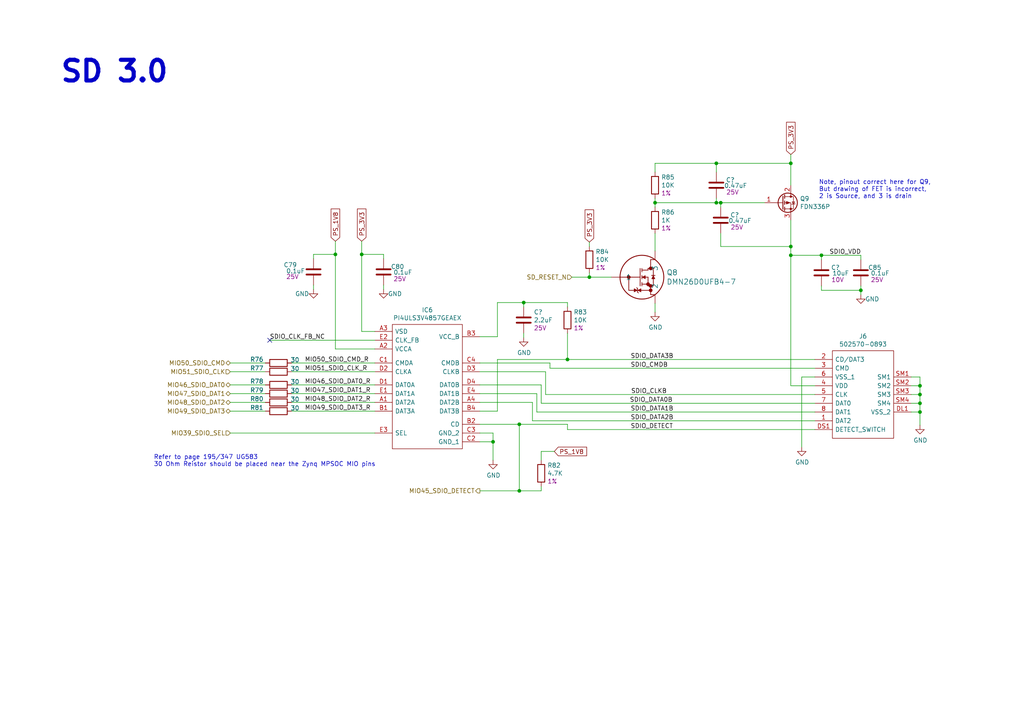
<source format=kicad_sch>
(kicad_sch (version 20230121) (generator eeschema)
  (paper "A4")
  (title_block (title "Top Sheet") (date "2023-12-21") (rev "1.00") (company "ApotheoTech LLC") (comment 1 "SCH: APT-KRIA-FMC") (comment 2 "Author: Chance Reimer"))
  (lib_symbols
    (symbol "ApotheoTech:502570-0893" (pin_names (offset 0.762))
      (property "Reference" "J" (at 21.59 13.208 0))
      (property "Value" "502570-0893" (at 21.59 10.668 0))
      (symbol "502570-0893_0_0"
        (pin passive line (at -15.24 -7.62 0) (length 5.08) (name "DAT2") (number "1"))
        (pin passive line (at -15.24 10.16 0) (length 5.08) (name "CD/DAT3") (number "2"))
        (pin passive line (at -15.24 7.62 0) (length 5.08) (name "CMD") (number "3"))
        (pin passive line (at -15.24 2.54 0) (length 5.08) (name "VDD") (number "4"))
        (pin passive line (at -15.24 0 0) (length 5.08) (name "CLK") (number "5"))
        (pin passive line (at -15.24 5.08 0) (length 5.08) (name "VSS_1") (number "6"))
        (pin passive line (at -15.24 -2.54 0) (length 5.08) (name "DAT0") (number "7"))
        (pin passive line (at 12.7 -5.08 180) (length 5.08) (name "VSS_2") (number "DL1"))
        (pin passive line (at -15.24 -10.16 0) (length 5.08) (name "DETECT_SWITCH") (number "DS1"))
        (pin passive line (at 12.7 5.08 180) (length 5.08) (name "SM1") (number "SM1"))
        (pin passive line (at 12.7 2.54 180) (length 5.08) (name "SM2") (number "SM2"))
        (pin passive line (at 12.7 0 180) (length 5.08) (name "SM3") (number "SM3"))
        (pin passive line (at 12.7 -2.54 180) (length 5.08) (name "SM4") (number "SM4"))
      )
      (symbol "502570-0893_0_1"
        (rectangle (start -10.16 12.7) (end 7.62 -12.7))
      )
      (symbol "502570-0893_1_1"
        (pin passive line (at -15.24 -5.08 0) (length 5.08) (name "DAT1") (number "8"))
      )
    )
    (symbol "ApotheoTech:DMN26D0UFB4-7" (pin_numbers hide) (pin_names (offset 1.6764))
      (property "Reference" "Q" (at 23.368 -2.032 0))
      (property "Value" "DMN26D0UFB4-7" (at 28.956 -4.318 0))
      (symbol "DMN26D0UFB4-7_1_1"
        (polyline (pts (xy 2.54 0) (xy 8.382 0)) (stroke (width 0.2032)))
        (polyline (pts (xy 5.08 -3.81) (xy 5.08 0)) (stroke (width 0.2032)))
        (polyline (pts (xy 5.08 -3.81) (xy 6.604 -3.81)) (stroke (width 0.2032)))
        (polyline (pts (xy 7.366 -3.048) (xy 7.62 -3.302)) (stroke (width 0.2032)))
        (polyline (pts (xy 7.62 -4.318) (xy 7.874 -4.572)) (stroke (width 0.2032)))
        (polyline (pts (xy 7.62 -3.302) (xy 7.62 -4.318)) (stroke (width 0.2032)))
        (polyline (pts (xy 8.382 -2.54) (xy 8.382 2.54)) (stroke (width 0.2032)))
        (polyline (pts (xy 8.636 -3.81) (xy 11.43 -3.81)) (stroke (width 0.2032)))
        (polyline (pts (xy 8.89 -2.54) (xy 8.89 -1.524)) (stroke (width 0.2032)))
        (polyline (pts (xy 8.89 -2.032) (xy 10.668 -2.032)) (stroke (width 0.2032)))
        (polyline (pts (xy 8.89 -0.508) (xy 8.89 0.508)) (stroke (width 0.2032)))
        (polyline (pts (xy 8.89 0) (xy 10.668 0)) (stroke (width 0.2032)))
        (polyline (pts (xy 8.89 1.524) (xy 8.89 2.54)) (stroke (width 0.2032)))
        (polyline (pts (xy 8.89 2.032) (xy 10.668 2.032)) (stroke (width 0.2032)))
        (polyline (pts (xy 10.668 -2.54) (xy 10.668 0)) (stroke (width 0.2032)))
        (polyline (pts (xy 10.668 -2.54) (xy 12.192 -2.54)) (stroke (width 0.2032)))
        (polyline (pts (xy 10.668 2.032) (xy 10.668 2.54)) (stroke (width 0.2032)))
        (polyline (pts (xy 10.668 2.54) (xy 12.192 2.54)) (stroke (width 0.2032)))
        (polyline (pts (xy 11.43 -5.08) (xy 11.43 -2.54)) (stroke (width 0.2032)))
        (polyline (pts (xy 11.43 -5.08) (xy 12.7 -5.08)) (stroke (width 0.2032)))
        (polyline (pts (xy 11.43 5.08) (xy 11.43 2.54)) (stroke (width 0.2032)))
        (polyline (pts (xy 11.43 5.08) (xy 12.7 5.08)) (stroke (width 0.2032)))
        (polyline (pts (xy 12.192 -2.54) (xy 12.192 2.54)) (stroke (width 0.2032)))
        (polyline (pts (xy 12.7 0.508) (xy 11.684 0.508)) (stroke (width 0.2032)))
        (polyline (pts (xy 6.604 -3.302) (xy 6.604 -4.318) (xy 7.62 -3.81) (xy 6.604 -3.302)) (stroke (width 0.0254)) (fill (type outline)))
        (polyline (pts (xy 8.636 -4.318) (xy 8.636 -3.302) (xy 7.62 -3.81) (xy 8.636 -4.318)) (stroke (width 0.0254)) (fill (type outline)))
        (polyline (pts (xy 9.906 -0.508) (xy 8.89 0) (xy 9.906 0.508) (xy 9.906 -0.508)) (stroke (width 0.0254)) (fill (type outline)))
        (polyline (pts (xy 12.7 -0.508) (xy 11.684 -0.508) (xy 12.192 0.508) (xy 12.7 -0.508)) (stroke (width 0.0254)) (fill (type outline)))
        (circle (center 5.08 0) (radius 0.0254) (stroke (width 0.508)))
        (circle (center 8.89 0) (radius 6.35) (stroke (width 0.254)))
        (circle (center 10.668 -2.032) (radius 0.0254) (stroke (width 0.508)))
        (circle (center 11.43 -3.81) (radius 0.0254) (stroke (width 0.508)))
        (circle (center 11.43 -2.54) (radius 0.0254) (stroke (width 0.508)))
        (circle (center 11.43 2.54) (radius 0.0254) (stroke (width 0.508)))
        (pin passive line (at 0 0 0) (length 2.54) (name "1") (number "1"))
        (pin passive line (at 12.7 -7.62 90) (length 2.54) (name "2") (number "2"))
        (pin passive line (at 12.7 7.62 270) (length 2.54) (name "3") (number "3"))
      )
    )
    (symbol "ApotheoTech:PI4ULS3V4857GEAEX" (pin_names (offset 0.762))
      (property "Reference" "IC" (at 25.908 14.986 0))
      (property "Value" "PI4ULS3V4857GEAEX" (at 25.908 13.208 0))
      (symbol "PI4ULS3V4857GEAEX_0_0"
        (pin passive line (at -15.24 -8.89 0) (length 5.08) (name "DAT2A") (number "A1"))
        (pin passive line (at -15.24 6.604 0) (length 5.08) (name "VCCA") (number "A2"))
        (pin passive line (at -15.24 11.684 0) (length 5.08) (name "VSD") (number "A3"))
        (pin passive line (at 15.24 -8.89 180) (length 5.08) (name "DAT2B") (number "A4"))
        (pin passive line (at -15.24 -11.43 0) (length 5.08) (name "DAT3A") (number "B1"))
        (pin passive line (at 15.24 -15.24 180) (length 5.08) (name "CD") (number "B2"))
        (pin passive line (at 15.24 10.16 180) (length 5.08) (name "VCC_B") (number "B3"))
        (pin passive line (at 15.24 -11.43 180) (length 5.08) (name "DAT3B") (number "B4"))
        (pin passive line (at -15.24 2.54 0) (length 5.08) (name "CMDA") (number "C1"))
        (pin passive line (at 15.24 -20.32 180) (length 5.08) (name "GND_1") (number "C2"))
        (pin passive line (at 15.24 -17.78 180) (length 5.08) (name "GND_2") (number "C3"))
        (pin passive line (at 15.24 2.54 180) (length 5.08) (name "CMDB") (number "C4"))
        (pin passive line (at -15.24 -3.81 0) (length 5.08) (name "DAT0A") (number "D1"))
        (pin passive line (at -15.24 0 0) (length 5.08) (name "CLKA") (number "D2"))
        (pin passive line (at 15.24 0 180) (length 5.08) (name "CLKB") (number "D3"))
        (pin passive line (at 15.24 -3.81 180) (length 5.08) (name "DAT0B") (number "D4"))
        (pin passive line (at -15.24 -6.35 0) (length 5.08) (name "DAT1A") (number "E1"))
        (pin passive line (at -15.24 9.144 0) (length 5.08) (name "CLK_FB") (number "E2"))
        (pin passive line (at -15.24 -17.78 0) (length 5.08) (name "SEL") (number "E3"))
        (pin passive line (at 15.24 -6.35 180) (length 5.08) (name "DAT1B") (number "E4"))
      )
      (symbol "PI4ULS3V4857GEAEX_0_1"
        (rectangle (start -10.16 13.716) (end 10.16 -22.352))
      )
    )
    (symbol "Device:C" (pin_numbers hide) (pin_names (offset 0.254))
      (property "Reference" "C" (at 0.635 2.54 0))
      (property "Value" "C" (at 0.635 -2.54 0))
      (symbol "C_0_1"
        (polyline (pts (xy -2.032 -0.762) (xy 2.032 -0.762)) (stroke (width 0.508)))
        (polyline (pts (xy -2.032 0.762) (xy 2.032 0.762)) (stroke (width 0.508)))
      )
      (symbol "C_1_1"
        (pin passive line (at 0 3.81 270) (length 2.794) (name "~") (number "1"))
        (pin passive line (at 0 -3.81 90) (length 2.794) (name "~") (number "2"))
      )
    )
    (symbol "Device:Q_PMOS_GDS" (pin_names (offset 0) hide)
      (property "Reference" "Q" (at 5.08 1.27 0))
      (property "Value" "Q_PMOS_GDS" (at 5.08 -1.27 0))
      (symbol "Q_PMOS_GDS_0_1"
        (polyline (pts (xy 0.254 0) (xy -2.54 0)))
        (polyline (pts (xy 0.254 1.905) (xy 0.254 -1.905)) (stroke (width 0.254)))
        (polyline (pts (xy 0.762 -1.27) (xy 0.762 -2.286)) (stroke (width 0.254)))
        (polyline (pts (xy 0.762 0.508) (xy 0.762 -0.508)) (stroke (width 0.254)))
        (polyline (pts (xy 0.762 2.286) (xy 0.762 1.27)) (stroke (width 0.254)))
        (polyline (pts (xy 2.54 2.54) (xy 2.54 1.778)))
        (polyline (pts (xy 2.54 -2.54) (xy 2.54 0) (xy 0.762 0)))
        (polyline (pts (xy 0.762 1.778) (xy 3.302 1.778) (xy 3.302 -1.778) (xy 0.762 -1.778)))
        (polyline (pts (xy 2.286 0) (xy 1.27 0.381) (xy 1.27 -0.381) (xy 2.286 0)) (fill (type outline)))
        (polyline (pts (xy 2.794 -0.508) (xy 2.921 -0.381) (xy 3.683 -0.381) (xy 3.81 -0.254)))
        (polyline (pts (xy 3.302 -0.381) (xy 2.921 0.254) (xy 3.683 0.254) (xy 3.302 -0.381)))
        (circle (center 1.651 0) (radius 2.794) (stroke (width 0.254)))
        (circle (center 2.54 -1.778) (radius 0.254) (fill (type outline)))
        (circle (center 2.54 1.778) (radius 0.254) (fill (type outline)))
      )
      (symbol "Q_PMOS_GDS_1_1"
        (pin input line (at -5.08 0 0) (length 2.54) (name "G") (number "1"))
        (pin passive line (at 2.54 5.08 270) (length 2.54) (name "D") (number "2"))
        (pin passive line (at 2.54 -5.08 90) (length 2.54) (name "S") (number "3"))
      )
    )
    (symbol "Device:R" (pin_numbers hide) (pin_names (offset 0))
      (property "Reference" "R" (at 2.032 0 90))
      (property "Value" "R" (at 0 0 90))
      (symbol "R_0_1"
        (rectangle (start -1.016 -2.54) (end 1.016 2.54) (stroke (width 0.254)))
      )
      (symbol "R_1_1"
        (pin passive line (at 0 3.81 270) (length 1.27) (name "~") (number "1"))
        (pin passive line (at 0 -3.81 90) (length 1.27) (name "~") (number "2"))
      )
    )
    (symbol "power:GND" (power) (pin_names (offset 0))
      (property "Value" "GND" (at 0 -3.81 0))
      (symbol "GND_0_1"
        (polyline (pts (xy 0 0) (xy 0 -1.27) (xy 1.27 -1.27) (xy 0 -2.54) (xy -1.27 -1.27) (xy 0 -1.27)))
      )
      (symbol "GND_1_1"
        (pin power_in line (at 0 0 270) (length 0) hide (name "GND") (number "1"))
      )
    )
  )
  (junction (at 104.902 73.787))
  (junction (at 151.892 87.757))
  (junction (at 150.622 123.063))
  (junction (at 150.622 142.367))
  (junction (at 97.282 73.787))
  (junction (at 143.002 128.143))
  (junction (at 229.362 74.041))
  (junction (at 164.592 104.267))
  (junction (at 229.362 47.371))
  (junction (at 189.992 58.801))
  (junction (at 266.827 116.967))
  (junction (at 249.682 84.201))
  (junction (at 238.252 74.041))
  (junction (at 266.827 111.887))
  (junction (at 266.827 114.427))
  (junction (at 266.827 119.507))
  (junction (at 209.042 58.801))
  (junction (at 207.772 58.801))
  (junction (at 229.362 71.501))
  (junction (at 170.942 80.391))
  (junction (at 207.772 47.371))
  (no_connect (at 78.232 98.679))
  (wire (pts (xy 90.932 82.677) (xy 90.932 83.947)))
  (wire (pts (xy 143.002 125.603) (xy 143.002 128.143)))
  (wire (pts (xy 238.252 74.041) (xy 229.362 74.041)))
  (wire (pts (xy 189.992 60.071) (xy 189.992 58.801)))
  (wire (pts (xy 144.272 97.663) (xy 144.272 87.757)))
  (wire (pts (xy 151.892 87.757) (xy 151.892 89.027)))
  (wire (pts (xy 108.712 116.713) (xy 84.582 116.713)))
  (wire (pts (xy 76.962 107.823) (xy 66.802 107.823)))
  (wire (pts (xy 236.347 111.887) (xy 229.362 111.887)))
  (wire (pts (xy 207.772 58.801) (xy 209.042 58.801)))
  (wire (pts (xy 229.362 47.371) (xy 229.362 53.721)))
  (wire (pts (xy 144.272 119.253) (xy 139.192 119.253)))
  (wire (pts (xy 156.972 133.477) (xy 156.972 130.937)))
  (wire (pts (xy 238.252 82.931) (xy 238.252 84.201)))
  (wire (pts (xy 170.942 80.391) (xy 170.942 79.121)))
  (wire (pts (xy 170.942 71.501) (xy 170.942 70.231)))
  (wire (pts (xy 159.512 105.283) (xy 159.512 106.807)))
  (wire (pts (xy 249.682 75.311) (xy 249.682 74.041)))
  (wire (pts (xy 150.622 123.063) (xy 164.592 123.063)))
  (wire (pts (xy 150.622 142.367) (xy 139.192 142.367)))
  (wire (pts (xy 139.192 105.283) (xy 159.512 105.283)))
  (wire (pts (xy 97.282 101.219) (xy 97.282 73.787)))
  (wire (pts (xy 177.292 80.391) (xy 170.942 80.391)))
  (wire (pts (xy 236.347 109.347) (xy 232.537 109.347)))
  (wire (pts (xy 143.002 128.143) (xy 143.002 133.477)))
  (wire (pts (xy 238.252 84.201) (xy 249.682 84.201)))
  (wire (pts (xy 104.902 73.787) (xy 104.902 96.139)))
  (wire (pts (xy 154.432 122.047) (xy 236.347 122.047)))
  (wire (pts (xy 229.362 71.501) (xy 229.362 74.041)))
  (wire (pts (xy 189.992 58.801) (xy 207.772 58.801)))
  (wire (pts (xy 155.702 119.507) (xy 236.347 119.507)))
  (wire (pts (xy 150.622 123.063) (xy 150.622 142.367)))
  (wire (pts (xy 266.827 119.507) (xy 266.827 123.317)))
  (wire (pts (xy 108.712 107.823) (xy 84.582 107.823)))
  (wire (pts (xy 209.042 58.801) (xy 221.742 58.801)))
  (wire (pts (xy 170.942 80.391) (xy 165.862 80.391)))
  (wire (pts (xy 264.287 119.507) (xy 266.827 119.507)))
  (wire (pts (xy 264.287 109.347) (xy 266.827 109.347)))
  (wire (pts (xy 144.272 87.757) (xy 151.892 87.757)))
  (wire (pts (xy 164.592 104.267) (xy 236.347 104.267)))
  (wire (pts (xy 158.242 114.427) (xy 236.347 114.427)))
  (wire (pts (xy 266.827 111.887) (xy 266.827 114.427)))
  (wire (pts (xy 139.192 111.633) (xy 156.972 111.633)))
  (wire (pts (xy 139.192 107.823) (xy 158.242 107.823)))
  (wire (pts (xy 209.042 60.071) (xy 209.042 58.801)))
  (wire (pts (xy 151.892 97.917) (xy 151.892 96.647)))
  (wire (pts (xy 264.287 116.967) (xy 266.827 116.967)))
  (wire (pts (xy 104.902 73.787) (xy 104.902 69.977)))
  (wire (pts (xy 209.042 71.501) (xy 229.362 71.501)))
  (wire (pts (xy 249.682 82.931) (xy 249.682 84.201)))
  (wire (pts (xy 189.992 67.691) (xy 189.992 72.771)))
  (wire (pts (xy 189.992 88.011) (xy 189.992 90.551)))
  (wire (pts (xy 154.432 116.713) (xy 154.432 122.047)))
  (wire (pts (xy 189.992 47.371) (xy 189.992 49.911)))
  (wire (pts (xy 266.827 114.427) (xy 264.287 114.427)))
  (wire (pts (xy 90.932 73.787) (xy 90.932 75.057)))
  (wire (pts (xy 144.272 104.267) (xy 144.272 119.253)))
  (wire (pts (xy 76.962 116.713) (xy 66.802 116.713)))
  (wire (pts (xy 164.592 123.063) (xy 164.592 124.587)))
  (wire (pts (xy 156.972 116.967) (xy 236.347 116.967)))
  (wire (pts (xy 229.362 74.041) (xy 229.362 111.887)))
  (wire (pts (xy 76.962 105.283) (xy 66.802 105.283)))
  (wire (pts (xy 97.282 73.787) (xy 90.932 73.787)))
  (wire (pts (xy 111.252 82.677) (xy 111.252 83.947)))
  (wire (pts (xy 139.192 114.173) (xy 155.702 114.173)))
  (wire (pts (xy 229.362 63.881) (xy 229.362 71.501)))
  (wire (pts (xy 238.252 74.041) (xy 238.252 75.311)))
  (wire (pts (xy 266.827 109.347) (xy 266.827 111.887)))
  (wire (pts (xy 150.622 142.367) (xy 156.972 142.367)))
  (wire (pts (xy 207.772 47.371) (xy 229.362 47.371)))
  (wire (pts (xy 156.972 141.097) (xy 156.972 142.367)))
  (wire (pts (xy 229.362 47.371) (xy 229.362 44.831)))
  (wire (pts (xy 76.962 114.173) (xy 66.802 114.173)))
  (wire (pts (xy 207.772 47.371) (xy 189.992 47.371)))
  (wire (pts (xy 108.712 114.173) (xy 84.582 114.173)))
  (wire (pts (xy 78.232 98.679) (xy 108.712 98.679)))
  (wire (pts (xy 189.992 58.801) (xy 189.992 57.531)))
  (wire (pts (xy 156.972 130.937) (xy 160.782 130.937)))
  (wire (pts (xy 97.282 73.787) (xy 97.282 69.977)))
  (wire (pts (xy 139.192 125.603) (xy 143.002 125.603)))
  (wire (pts (xy 266.827 111.887) (xy 264.287 111.887)))
  (wire (pts (xy 164.592 87.757) (xy 164.592 89.027)))
  (wire (pts (xy 151.892 87.757) (xy 164.592 87.757)))
  (wire (pts (xy 108.712 105.283) (xy 84.582 105.283)))
  (wire (pts (xy 76.962 111.633) (xy 66.802 111.633)))
  (wire (pts (xy 249.682 74.041) (xy 238.252 74.041)))
  (wire (pts (xy 232.537 109.347) (xy 232.537 129.667)))
  (wire (pts (xy 76.962 119.253) (xy 66.802 119.253)))
  (wire (pts (xy 207.772 47.371) (xy 207.772 49.911)))
  (wire (pts (xy 108.712 96.139) (xy 104.902 96.139)))
  (wire (pts (xy 108.712 119.253) (xy 84.582 119.253)))
  (wire (pts (xy 164.592 124.587) (xy 236.347 124.587)))
  (wire (pts (xy 266.827 116.967) (xy 266.827 114.427)))
  (wire (pts (xy 249.682 84.201) (xy 249.682 85.471)))
  (wire (pts (xy 266.827 119.507) (xy 266.827 116.967)))
  (wire (pts (xy 108.712 111.633) (xy 84.582 111.633)))
  (wire (pts (xy 143.002 128.143) (xy 139.192 128.143)))
  (wire (pts (xy 104.902 73.787) (xy 111.252 73.787)))
  (wire (pts (xy 155.702 114.173) (xy 155.702 119.507)))
  (wire (pts (xy 111.252 73.787) (xy 111.252 75.057)))
  (wire (pts (xy 156.972 111.633) (xy 156.972 116.967)))
  (wire (pts (xy 159.512 106.807) (xy 236.347 106.807)))
  (wire (pts (xy 164.592 104.267) (xy 144.272 104.267)))
  (wire (pts (xy 209.042 67.691) (xy 209.042 71.501)))
  (wire (pts (xy 207.772 58.801) (xy 207.772 57.531)))
  (wire (pts (xy 139.192 97.663) (xy 144.272 97.663)))
  (wire (pts (xy 158.242 107.823) (xy 158.242 114.427)))
  (wire (pts (xy 139.192 116.713) (xy 154.432 116.713)))
  (wire (pts (xy 164.592 96.647) (xy 164.592 104.267)))
  (wire (pts (xy 108.712 125.603) (xy 66.802 125.603)))
  (wire (pts (xy 108.712 101.219) (xy 97.282 101.219)))
  (wire (pts (xy 139.192 123.063) (xy 150.622 123.063)))
  (text "SD 3.0 " (at 17.145 24.384 0) (effects (font (size 5.9944 5.9944) (thickness 1.1989) bold) (justify left bottom)))
  (text "Refer to page 195/347 UG583\n30 Ohm Reistor should be placed near the Zynq MPSOC MIO pins\n" (at 44.577 135.509 0) (effects (font (size 1.27 1.27)) (justify left bottom)))
  (text "Note, pinout correct here for Q9,\nBut drawing of FET is incorrect, \n2 is Source, and 3 is drain" (at 237.49 57.785 0) (effects (font (size 1.27 1.27)) (justify left bottom)))
  (label "SDIO_VDD" (at 240.538 74.041 0))
  (label "SDIO_CLK_FB_NC" (at 78.232 98.679 0))
  (label "SDIO_CLKB" (at 183.007 114.427 0))
  (label "MIO50_SDIO_CMD_R" (at 88.392 105.283 0))
  (label "SDIO_DATA1B" (at 182.88 119.507 0))
  (label "MIO51_SDIO_CLK_R" (at 88.392 107.823 0))
  (label "SDIO_CMDB" (at 182.88 106.807 0))
  (label "SDIO_DATA0B" (at 182.626 116.967 0))
  (label "SDIO_DATA2B" (at 182.88 122.047 0))
  (label "MIO47_SDIO_DAT1_R" (at 88.392 114.173 0))
  (label "MIO48_SDIO_DAT2_R" (at 88.392 116.713 0))
  (label "SDIO_DETECT" (at 182.88 124.587 0))
  (label "MIO46_SDIO_DAT0_R" (at 88.392 111.633 0))
  (label "MIO49_SDIO_DAT3_R" (at 88.392 119.253 0))
  (label "SDIO_DATA3B" (at 182.88 104.267 0))
  (global_label "PS_1V8" (shape input) (at 160.782 130.937 0) (property "Intersheetrefs" "${INTERSHEET_REFS}" (effects hide)))
  (global_label "PS_1V8" (shape input) (at 97.282 69.977 90) (property "Intersheetrefs" "${INTERSHEET_REFS}" (effects hide)))
  (global_label "PS_3V3" (shape input) (at 104.902 69.977 90) (property "Intersheetrefs" "${INTERSHEET_REFS}" (effects hide)))
  (global_label "PS_3V3" (shape input) (at 170.942 70.231 90) (property "Intersheetrefs" "${INTERSHEET_REFS}" (effects hide)))
  (global_label "PS_3V3" (shape input) (at 229.362 44.831 90) (property "Intersheetrefs" "${INTERSHEET_REFS}" (effects hide)))
  (hierarchical_label "MIO39_SDIO_SEL" (shape input) (at 66.802 125.603 180))
  (hierarchical_label "MIO50_SDIO_CMD" (shape bidirectional) (at 66.802 105.283 180))
  (hierarchical_label "MIO45_SDIO_DETECT" (shape output) (at 139.192 142.367 180))
  (hierarchical_label "MIO46_SDIO_DAT0" (shape bidirectional) (at 66.802 111.633 180))
  (hierarchical_label "SD_RESET_N" (shape input) (at 165.862 80.391 180))
  (hierarchical_label "MIO48_SDIO_DAT2" (shape bidirectional) (at 66.802 116.713 180))
  (hierarchical_label "MIO49_SDIO_DAT3" (shape bidirectional) (at 66.802 119.253 180))
  (hierarchical_label "MIO51_SDIO_CLK" (shape input) (at 66.802 107.823 180))
  (hierarchical_label "MIO47_SDIO_DAT1" (shape bidirectional) (at 66.802 114.173 180))
  (symbol (lib_id "Device:C") (at 249.682 79.121 180) (unit 1)
    (property "Reference" "C85" (at 253.746 77.597 0))
    (property "Value" "0.1uF" (at 255.27 79.248 0))
    (property "Footprint" "Capacitor_SMD:C_0402_1005Metric" (effects hide))
    (property "PartNumber" "TMK105BJ104KVHF" (effects hide))
    (property "Tolerance" "+-10%" (effects hide))
    (property "Voltage" "25V" (at 254.381 81.153 0))
    (property "Temp_Val" "X5R" (effects hide))
    (property "URL" "https://www.digikey.com/en/products/detail/TMK105BJ104KVHF/587-3808-1-ND/4811278?itemSeq=375666509" (effects hide))
    (instances (project "APT-KRIA-FMC" (path "" (reference "C85") (unit 1)) (path "" (reference "C?") (unit 1))))
  )
  (symbol (lib_id "Device:C") (at 111.252 78.867 180) (unit 1)
    (property "Reference" "C80" (at 115.316 77.343 0))
    (property "Value" "0.1uF" (at 116.84 78.994 0))
    (property "Footprint" "Capacitor_SMD:C_0402_1005Metric" (effects hide))
    (property "PartNumber" "TMK105BJ104KVHF" (effects hide))
    (property "Tolerance" "+-10%" (effects hide))
    (property "Voltage" "25V" (at 115.951 80.899 0))
    (property "Temp_Val" "X5R" (effects hide))
    (property "URL" "https://www.digikey.com/en/products/detail/TMK105BJ104KVHF/587-3808-1-ND/4811278?itemSeq=375666509" (effects hide))
    (instances (project "APT-KRIA-FMC" (path "" (reference "C80") (unit 1)) (path "" (reference "C?") (unit 1))))
  )
  (symbol (lib_id "Device:C") (at 90.932 78.867 180) (unit 1)
    (property "Reference" "C79" (at 84.201 76.835 0))
    (property "Value" "0.1uF" (at 85.725 78.613 0))
    (property "Footprint" "Capacitor_SMD:C_0402_1005Metric" (effects hide))
    (property "PartNumber" "TMK105BJ104KVHF" (effects hide))
    (property "Tolerance" "+-10%" (effects hide))
    (property "Voltage" "25V" (at 84.836 80.264 0))
    (property "Temp_Val" "X5R" (effects hide))
    (property "URL" "https://www.digikey.com/en/products/detail/TMK105BJ104KVHF/587-3808-1-ND/4811278?itemSeq=375666509" (effects hide))
    (instances (project "APT-KRIA-FMC" (path "" (reference "C79") (unit 1)) (path "" (reference "C?") (unit 1))))
  )
  (symbol (lib_id "ApotheoTech:PI4ULS3V4857GEAEX") (at 123.952 107.823 0) (unit 1)
    (property "Reference" "IC6" (at 123.952 89.916 0))
    (property "Value" "PI4ULS3V4857GEAEX" (at 123.952 92.2274 0))
    (property "Footprint" "ApotheoTech_CXP_Lib:PI4ULS3V4857GEAEX" (effects hide))
    (property "Datasheet" "https://www.diodes.com/assets/Datasheets/PI4ULS3V4857.pdf" (effects hide))
    (property "Description" "Translation - Voltage Levels Interface ULS U-WLB2117-20 T&R 3K" (effects hide))
    (property "Height" "0.53" (effects hide))
    (property "Mouser Part Number" "621-I4ULS3V4857GEAEX" (effects hide))
    (property "Mouser Price/Stock" "https://www.mouser.co.uk/ProductDetail/Diodes-Incorporated/PI4ULS3V4857GEAEX?qs=bAKSY%2FctAC5NF6AP8xkq5Q%3D%3D" (effects hide))
    (property "Manufacturer_Name" "Diodes Inc." (effects hide))
    (property "Manufacturer_Part_Number" "PI4ULS3V4857GEAEX" (effects hide))
  )
  (symbol (lib_id "power:GND") (at 111.252 83.947 0) (unit 1)
    (property "Reference" "#PWR098" (effects hide))
    (property "Value" "GND" (at 114.554 85.217 0))
  )
  (symbol (lib_id "power:GND") (at 90.932 83.947 0) (mirror y) (unit 1)
    (property "Reference" "#PWR097" (effects hide))
    (property "Value" "GND" (at 87.63 85.217 0))
  )
  (symbol (lib_id "Device:R") (at 80.772 105.283 90) (unit 1)
    (property "Reference" "R76" (at 76.454 104.267 90) (effects (justify left)))
    (property "Value" "30" (at 86.868 104.394 90) (effects (justify left)))
    (property "Footprint" "Resistor_SMD:R_0402_1005Metric" (effects hide))
    (property "PartNumber" "ERJ-2RKF30R0X" (effects hide))
    (property "Tol" "1%" (effects hide))
    (property "Power" "1/10W" (effects hide))
    (instances (project "APT-KRIA-FMC" (path "" (reference "R76") (unit 1)) (path "" (reference "R?") (unit 1))))
  )
  (symbol (lib_id "Device:R") (at 80.772 107.823 90) (unit 1)
    (property "Reference" "R77" (at 76.454 106.807 90) (effects (justify left)))
    (property "Value" "30" (at 86.868 106.934 90) (effects (justify left)))
    (property "Footprint" "Resistor_SMD:R_0402_1005Metric" (effects hide))
    (property "PartNumber" "ERJ-2RKF30R0X" (effects hide))
    (property "Tol" "1%" (effects hide))
    (property "Power" "1/10W" (effects hide))
    (instances (project "APT-KRIA-FMC" (path "" (reference "R77") (unit 1)) (path "" (reference "R?") (unit 1))))
  )
  (symbol (lib_id "Device:R") (at 80.772 111.633 90) (unit 1)
    (property "Reference" "R78" (at 76.454 110.617 90) (effects (justify left)))
    (property "Value" "30" (at 86.868 110.744 90) (effects (justify left)))
    (property "Footprint" "Resistor_SMD:R_0402_1005Metric" (effects hide))
    (property "PartNumber" "ERJ-2RKF30R0X" (effects hide))
    (property "Tol" "1%" (effects hide))
    (property "Power" "1/10W" (effects hide))
    (instances (project "APT-KRIA-FMC" (path "" (reference "R78") (unit 1)) (path "" (reference "R?") (unit 1))))
  )
  (symbol (lib_id "Device:R") (at 80.772 114.173 90) (unit 1)
    (property "Reference" "R79" (at 76.454 113.157 90) (effects (justify left)))
    (property "Value" "30" (at 86.868 113.284 90) (effects (justify left)))
    (property "Footprint" "Resistor_SMD:R_0402_1005Metric" (effects hide))
    (property "PartNumber" "ERJ-2RKF30R0X" (effects hide))
    (property "Tol" "1%" (effects hide))
    (property "Power" "1/10W" (effects hide))
    (instances (project "APT-KRIA-FMC" (path "" (reference "R79") (unit 1)) (path "" (reference "R?") (unit 1))))
  )
  (symbol (lib_id "Device:R") (at 80.772 116.713 90) (unit 1)
    (property "Reference" "R80" (at 76.454 115.697 90) (effects (justify left)))
    (property "Value" "30" (at 86.868 115.824 90) (effects (justify left)))
    (property "Footprint" "Resistor_SMD:R_0402_1005Metric" (effects hide))
    (property "PartNumber" "ERJ-2RKF30R0X" (effects hide))
    (property "Tol" "1%" (effects hide))
    (property "Power" "1/10W" (effects hide))
    (instances (project "APT-KRIA-FMC" (path "" (reference "R80") (unit 1)) (path "" (reference "R?") (unit 1))))
  )
  (symbol (lib_id "Device:R") (at 80.772 119.253 90) (unit 1)
    (property "Reference" "R81" (at 76.454 118.237 90) (effects (justify left)))
    (property "Value" "30" (at 86.868 118.364 90) (effects (justify left)))
    (property "Footprint" "Resistor_SMD:R_0402_1005Metric" (effects hide))
    (property "PartNumber" "ERJ-2RKF30R0X" (effects hide))
    (property "Tol" "1%" (effects hide))
    (property "Power" "1/10W" (effects hide))
    (instances (project "APT-KRIA-FMC" (path "" (reference "R81") (unit 1)) (path "" (reference "R?") (unit 1))))
  )
  (symbol (lib_id "power:GND") (at 143.002 133.477 0) (unit 1)
    (property "Reference" "#PWR099" (effects hide))
    (property "Value" "GND" (at 143.129 137.8712 0))
  )
  (symbol (lib_id "Device:R") (at 156.972 137.287 0) (unit 1)
    (property "Reference" "R82" (at 158.75 134.9756 0) (effects (justify left)))
    (property "Value" "4.7K" (at 158.75 137.287 0) (effects (justify left)))
    (property "Footprint" "Resistor_SMD:R_0402_1005Metric" (effects hide))
    (property "Tolerance" "1%" (at 158.75 139.5984 0) (effects (justify left)))
    (property "PartNumber" "CRCW04024K70FKED" (effects hide))
  )
  (symbol (lib_id "ApotheoTech:502570-0893") (at 251.587 114.427 0) (unit 1)
    (property "Reference" "J6" (at 250.317 97.536 0))
    (property "Value" "502570-0893" (at 250.317 99.8474 0))
    (property "Footprint" "ApotheoTech_CXP_Lib:5025700893" (effects hide))
    (property "Datasheet" "https://componentsearchengine.com/Datasheets/2/502570-0893.pdf" (effects hide))
    (property "Description" "Memory Card Connectors MICRO SD CARD CONN NORM SMT PUSH-PUSH" (effects hide))
    (property "Height" "1.95" (effects hide))
    (property "Mouser Part Number" "538-502570-0893" (effects hide))
    (property "Mouser Price/Stock" "https://www.mouser.co.uk/ProductDetail/Molex/502570-0893?qs=xbccQsLEe0eiL%252BVgS3E4nA%3D%3D" (effects hide))
    (property "Manufacturer_Name" "Molex" (effects hide))
    (property "Manufacturer_Part_Number" "502570-0893" (effects hide))
  )
  (symbol (lib_id "Device:C") (at 151.892 92.837 0) (unit 1)
    (property "Reference" "C?" (at 154.813 90.5256 0) (effects (justify left)))
    (property "Value" "2.2uF" (at 154.813 92.837 0) (effects (justify left)))
    (property "Footprint" "Capacitor_SMD:C_0402_1005Metric" (effects hide))
    (property "Tolerance" "+-10%" (effects hide))
    (property "Voltage" "25V" (at 154.813 95.1484 0) (effects (justify left)))
    (property "PartNumber" "GRM155R61E225KE1D" (effects hide))
    (instances (project "APT-KRIA-FMC" (path "" (reference "C?") (unit 1)) (path "" (reference "C81") (unit 1))))
  )
  (symbol (lib_id "power:GND") (at 151.892 97.917 0) (unit 1)
    (property "Reference" "#PWR0100" (effects hide))
    (property "Value" "GND" (at 152.019 102.3112 0))
  )
  (symbol (lib_id "power:GND") (at 266.827 123.317 0) (unit 1)
    (property "Reference" "#PWR0104" (effects hide))
    (property "Value" "GND" (at 266.954 127.7112 0))
  )
  (symbol (lib_id "power:GND") (at 232.537 129.667 0) (unit 1)
    (property "Reference" "#PWR0102" (effects hide))
    (property "Value" "GND" (at 232.664 134.0612 0))
  )
  (symbol (lib_id "ApotheoTech:DMN26D0UFB4-7") (at 177.292 80.391 0) (unit 1)
    (property "Reference" "Q8" (at 193.294 79.0448 0) (effects (font (size 1.524 1.524)) (justify left)))
    (property "Value" "DMN26D0UFB4-7" (at 193.294 81.7372 0) (effects (font (size 1.524 1.524)) (justify left)))
    (property "Footprint" "ApotheoTech_CXP_Lib:DMN26D0UFB4-7" (effects hide))
  )
  (symbol (lib_id "power:GND") (at 189.992 90.551 0) (unit 1)
    (property "Reference" "#PWR0101" (effects hide))
    (property "Value" "GND" (at 190.119 94.9452 0))
  )
  (symbol (lib_id "Device:R") (at 189.992 63.881 0) (unit 1)
    (property "Reference" "R86" (at 191.77 61.5696 0) (effects (justify left)))
    (property "Value" "1K" (at 191.77 63.881 0) (effects (justify left)))
    (property "Footprint" "Resistor_SMD:R_0402_1005Metric" (effects hide))
    (property "Tolerance" "1%" (at 191.77 66.1924 0) (effects (justify left)))
    (property "Power" "1/10W" (effects hide))
    (property "PartNumber" "ERJ-2RKF1001X‎ " (effects hide))
    (property "URL" "https://www.digikey.com/en/products/detail/ERJ-2RKF1001X/P1.00KLCT-ND/97341?itemSeq=374394520" (effects hide))
  )
  (symbol (lib_id "Device:R") (at 189.992 53.721 0) (unit 1)
    (property "Reference" "R85" (at 191.77 51.4096 0) (effects (justify left)))
    (property "Value" "10K" (at 191.77 53.721 0) (effects (justify left)))
    (property "Footprint" "Resistor_SMD:R_0402_1005Metric" (effects hide))
    (property "Tolerance" "1%" (at 191.77 56.0324 0) (effects (justify left)))
    (property "Power" "1/10W" (effects hide))
    (property "PartNumber" "ERJ-2RKF1002X" (effects hide))
    (property "URL" "https://www.digikey.com/en/products/detail/panasonic-electronic-components/ERJ-2RKF1002X/192073" (effects hide))
  )
  (symbol (lib_id "power:GND") (at 249.682 85.471 0) (unit 1)
    (property "Reference" "#PWR0103" (effects hide))
    (property "Value" "GND" (at 252.984 86.741 0))
  )
  (symbol (lib_id "Device:C") (at 238.252 79.121 180) (unit 1)
    (property "Reference" "C?" (at 242.316 77.597 0))
    (property "Value" "10uF" (at 243.84 79.248 0))
    (property "Footprint" "Capacitor_SMD:C_0603_1608Metric" (effects hide))
    (property "PartNumber" "0603ZD106KAT2A" (effects hide))
    (property "Tolerance" "+-10%" (effects hide))
    (property "Voltage" "10V" (at 242.951 81.153 0))
    (property "Temp_Val" "X5R" (effects hide))
    (property "URL" "https://www.digikey.com/en/products/detail/0603ZD106KAT2A/478-10766-1-ND/7536554?itemSeq=373174206" (effects hide))
    (instances (project "APT-KRIA-FMC" (path "" (reference "C?") (unit 1)) (path "" (reference "C84") (unit 1)) (path "" (reference "C?") (unit 1))))
  )
  (symbol (lib_id "Device:C") (at 209.042 63.881 180) (unit 1)
    (property "Reference" "C?" (at 213.106 62.357 0))
    (property "Value" "0.47uF" (at 214.63 64.008 0))
    (property "Footprint" "Capacitor_SMD:C_0402_1005Metric" (effects hide))
    (property "PartNumber" "GRT155R61E474KE01D" (effects hide))
    (property "Tolerance" "+-10%" (effects hide))
    (property "Voltage" "25V" (at 213.741 65.913 0))
    (property "Temp_Val" "X5R" (effects hide))
    (property "URL" "https://www.digikey.com/en/products/detail/murata-electronics/GRT155R61E474KE01D/5416691" (effects hide))
    (instances (project "APT-KRIA-FMC" (path "" (reference "C?") (unit 1)) (path "" (reference "C83") (unit 1)) (path "" (reference "C?") (unit 1))))
  )
  (symbol (lib_id "Device:R") (at 164.592 92.837 0) (unit 1)
    (property "Reference" "R83" (at 166.37 90.5256 0) (effects (justify left)))
    (property "Value" "10K" (at 166.37 92.837 0) (effects (justify left)))
    (property "Footprint" "Resistor_SMD:R_0402_1005Metric" (effects hide))
    (property "Tolerance" "1%" (at 166.37 95.1484 0) (effects (justify left)))
    (property "Power" "1/10W" (effects hide))
    (property "PartNumber" "ERJ-2RKF1002X" (effects hide))
    (property "URL" "https://www.digikey.com/en/products/detail/panasonic-electronic-components/ERJ-2RKF1002X/192073" (effects hide))
  )
  (symbol (lib_id "Device:R") (at 170.942 75.311 0) (unit 1)
    (property "Reference" "R84" (at 172.72 72.9996 0) (effects (justify left)))
    (property "Value" "10K" (at 172.72 75.311 0) (effects (justify left)))
    (property "Footprint" "Resistor_SMD:R_0402_1005Metric" (effects hide))
    (property "Tolerance" "1%" (at 172.72 77.6224 0) (effects (justify left)))
    (property "Power" "1/10W" (effects hide))
    (property "PartNumber" "ERJ-2RKF1002X" (effects hide))
    (property "URL" "https://www.digikey.com/en/products/detail/panasonic-electronic-components/ERJ-2RKF1002X/192073" (effects hide))
  )
  (symbol (lib_id "Device:Q_PMOS_GDS") (at 226.822 58.801 0) (unit 1)
    (property "Reference" "Q9" (at 232.0036 57.6326 0) (effects (justify left)))
    (property "Value" "FDN336P" (at 232.0036 59.944 0) (effects (justify left)))
    (property "Footprint" "ApotheoTech_CXP_Lib:FDN336P_SOT23" (effects hide))
  )
  (symbol (lib_id "Device:C") (at 207.772 53.721 180) (unit 1)
    (property "Reference" "C?" (at 211.836 52.197 0))
    (property "Value" "0.47uF" (at 213.36 53.848 0))
    (property "Footprint" "Capacitor_SMD:C_0402_1005Metric" (effects hide))
    (property "PartNumber" "GRT155R61E474KE01D" (effects hide))
    (property "Tolerance" "+-10%" (effects hide))
    (property "Voltage" "25V" (at 212.471 55.753 0))
    (property "Temp_Val" "X5R" (effects hide))
    (property "URL" "https://www.digikey.com/en/products/detail/murata-electronics/GRT155R61E474KE01D/5416691" (effects hide))
    (instances (project "APT-KRIA-FMC" (path "" (reference "C?") (unit 1)) (path "" (reference "C82") (unit 1)) (path "" (reference "C?") (unit 1))))
  )
)
</source>
